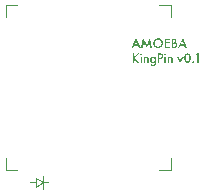
<source format=gbr>
%TF.GenerationSoftware,KiCad,Pcbnew,(7.0.0-0)*%
%TF.CreationDate,2023-04-16T17:27:38-07:00*%
%TF.ProjectId,Amoeba_executive,416d6f65-6261-45f6-9578-656375746976,rev?*%
%TF.SameCoordinates,Original*%
%TF.FileFunction,Legend,Top*%
%TF.FilePolarity,Positive*%
%FSLAX46Y46*%
G04 Gerber Fmt 4.6, Leading zero omitted, Abs format (unit mm)*
G04 Created by KiCad (PCBNEW (7.0.0-0)) date 2023-04-16 17:27:38*
%MOMM*%
%LPD*%
G01*
G04 APERTURE LIST*
%ADD10C,0.150000*%
%ADD11C,0.120000*%
%ADD12C,0.100000*%
G04 APERTURE END LIST*
D10*
G36*
X186139441Y-82058361D02*
G01*
X186008832Y-82058361D01*
X185925667Y-81864921D01*
X185586780Y-81864921D01*
X185498670Y-82058361D01*
X185369893Y-82058361D01*
X185513081Y-81747684D01*
X185636606Y-81747684D01*
X185876941Y-81747684D01*
X185759704Y-81477124D01*
X185636606Y-81747684D01*
X185513081Y-81747684D01*
X185761719Y-81208213D01*
X186139441Y-82058361D01*
G37*
G36*
X186210515Y-82052500D02*
G01*
X186377028Y-81197222D01*
X186648870Y-81815462D01*
X186930238Y-81197222D01*
X187079898Y-82052500D01*
X186957532Y-82052500D01*
X186881145Y-81572196D01*
X186646672Y-82089136D01*
X186419160Y-81571830D01*
X186333980Y-82052500D01*
X186210515Y-82052500D01*
G37*
G36*
X187634034Y-81231963D02*
G01*
X187644392Y-81232323D01*
X187654656Y-81232922D01*
X187664827Y-81233761D01*
X187674904Y-81234840D01*
X187684887Y-81236158D01*
X187694776Y-81237716D01*
X187704572Y-81239514D01*
X187714274Y-81241552D01*
X187723882Y-81243829D01*
X187733396Y-81246346D01*
X187742817Y-81249103D01*
X187752144Y-81252099D01*
X187761377Y-81255335D01*
X187770516Y-81258811D01*
X187779562Y-81262527D01*
X187788514Y-81266482D01*
X187797372Y-81270677D01*
X187806137Y-81275111D01*
X187814807Y-81279786D01*
X187823384Y-81284700D01*
X187831868Y-81289854D01*
X187840257Y-81295247D01*
X187848553Y-81300880D01*
X187856755Y-81306753D01*
X187864863Y-81312866D01*
X187872878Y-81319218D01*
X187880799Y-81325810D01*
X187888626Y-81332642D01*
X187896359Y-81339713D01*
X187903999Y-81347025D01*
X187911545Y-81354576D01*
X187918972Y-81362294D01*
X187926163Y-81370110D01*
X187933118Y-81378021D01*
X187939838Y-81386029D01*
X187946322Y-81394132D01*
X187952570Y-81402332D01*
X187958582Y-81410629D01*
X187964358Y-81419021D01*
X187969899Y-81427510D01*
X187975204Y-81436095D01*
X187980273Y-81444776D01*
X187985107Y-81453554D01*
X187989704Y-81462428D01*
X187994066Y-81471398D01*
X187998192Y-81480464D01*
X188002082Y-81489627D01*
X188005737Y-81498885D01*
X188009156Y-81508240D01*
X188012339Y-81517692D01*
X188015286Y-81527239D01*
X188017997Y-81536883D01*
X188020473Y-81546623D01*
X188022713Y-81556459D01*
X188024717Y-81566391D01*
X188026485Y-81576420D01*
X188028018Y-81586545D01*
X188029314Y-81596766D01*
X188030375Y-81607084D01*
X188031201Y-81617497D01*
X188031790Y-81628007D01*
X188032144Y-81638613D01*
X188032262Y-81649316D01*
X188032143Y-81660083D01*
X188031788Y-81670749D01*
X188031196Y-81681311D01*
X188030367Y-81691771D01*
X188029301Y-81702128D01*
X188027998Y-81712383D01*
X188026459Y-81722534D01*
X188024683Y-81732583D01*
X188022669Y-81742530D01*
X188020419Y-81752373D01*
X188017932Y-81762114D01*
X188015209Y-81771753D01*
X188012248Y-81781289D01*
X188009050Y-81790721D01*
X188005616Y-81800052D01*
X188001945Y-81809279D01*
X187998037Y-81818404D01*
X187993892Y-81827427D01*
X187989510Y-81836346D01*
X187984892Y-81845163D01*
X187980037Y-81853877D01*
X187974944Y-81862489D01*
X187969615Y-81870998D01*
X187964049Y-81879404D01*
X187958246Y-81887707D01*
X187952207Y-81895908D01*
X187945930Y-81904006D01*
X187939417Y-81912002D01*
X187932667Y-81919894D01*
X187925680Y-81927684D01*
X187918456Y-81935372D01*
X187910995Y-81942957D01*
X187903355Y-81950417D01*
X187895616Y-81957641D01*
X187887779Y-81964628D01*
X187879843Y-81971378D01*
X187871808Y-81977892D01*
X187863674Y-81984168D01*
X187855442Y-81990208D01*
X187847110Y-81996011D01*
X187838680Y-82001577D01*
X187830152Y-82006906D01*
X187821524Y-82011998D01*
X187812798Y-82016853D01*
X187803973Y-82021472D01*
X187795049Y-82025854D01*
X187786027Y-82029999D01*
X187776906Y-82033907D01*
X187767686Y-82037578D01*
X187758367Y-82041012D01*
X187748950Y-82044209D01*
X187739434Y-82047170D01*
X187729819Y-82049894D01*
X187720105Y-82052381D01*
X187710293Y-82054631D01*
X187700381Y-82056644D01*
X187690372Y-82058420D01*
X187680263Y-82059960D01*
X187670055Y-82061263D01*
X187659749Y-82062328D01*
X187649344Y-82063157D01*
X187638841Y-82063749D01*
X187628238Y-82064105D01*
X187617537Y-82064223D01*
X187608054Y-82064118D01*
X187598631Y-82063803D01*
X187589269Y-82063278D01*
X187579968Y-82062543D01*
X187570727Y-82061598D01*
X187561548Y-82060443D01*
X187552429Y-82059078D01*
X187543371Y-82057503D01*
X187534374Y-82055718D01*
X187525438Y-82053722D01*
X187516563Y-82051517D01*
X187507748Y-82049102D01*
X187498994Y-82046477D01*
X187490302Y-82043642D01*
X187481669Y-82040596D01*
X187473098Y-82037341D01*
X187464588Y-82033876D01*
X187456138Y-82030201D01*
X187447749Y-82026315D01*
X187439421Y-82022220D01*
X187431154Y-82017915D01*
X187422948Y-82013399D01*
X187414802Y-82008674D01*
X187406718Y-82003739D01*
X187398694Y-81998593D01*
X187390731Y-81993238D01*
X187382828Y-81987673D01*
X187374987Y-81981897D01*
X187367206Y-81975912D01*
X187359487Y-81969716D01*
X187351828Y-81963311D01*
X187344230Y-81956695D01*
X187336025Y-81949170D01*
X187328081Y-81941502D01*
X187320397Y-81933690D01*
X187312974Y-81925735D01*
X187305811Y-81917636D01*
X187298909Y-81909393D01*
X187292267Y-81901008D01*
X187285886Y-81892478D01*
X187279765Y-81883806D01*
X187273905Y-81874990D01*
X187268305Y-81866030D01*
X187262965Y-81856927D01*
X187257886Y-81847680D01*
X187253068Y-81838290D01*
X187248510Y-81828757D01*
X187244212Y-81819080D01*
X187240175Y-81809259D01*
X187236398Y-81799295D01*
X187232882Y-81789188D01*
X187229626Y-81778937D01*
X187226631Y-81768543D01*
X187223896Y-81758005D01*
X187221422Y-81747324D01*
X187219208Y-81736499D01*
X187217254Y-81725531D01*
X187215561Y-81714419D01*
X187214129Y-81703164D01*
X187212957Y-81691765D01*
X187212045Y-81680223D01*
X187211394Y-81668538D01*
X187211003Y-81656709D01*
X187210887Y-81646018D01*
X187328842Y-81646018D01*
X187328928Y-81654182D01*
X187329186Y-81662254D01*
X187329615Y-81670236D01*
X187330216Y-81678127D01*
X187330989Y-81685927D01*
X187331933Y-81693636D01*
X187333050Y-81701254D01*
X187334338Y-81708781D01*
X187335797Y-81716218D01*
X187337429Y-81723563D01*
X187339232Y-81730818D01*
X187341207Y-81737981D01*
X187343354Y-81745054D01*
X187345672Y-81752036D01*
X187350824Y-81765728D01*
X187356663Y-81779056D01*
X187363189Y-81792020D01*
X187370402Y-81804621D01*
X187378301Y-81816859D01*
X187386888Y-81828733D01*
X187391439Y-81834533D01*
X187396162Y-81840243D01*
X187401056Y-81845862D01*
X187406122Y-81851390D01*
X187411360Y-81856827D01*
X187416770Y-81862173D01*
X187422269Y-81867391D01*
X187427821Y-81872444D01*
X187433426Y-81877330D01*
X187439084Y-81882051D01*
X187450558Y-81890997D01*
X187462245Y-81899279D01*
X187474143Y-81906899D01*
X187486253Y-81913856D01*
X187498575Y-81920151D01*
X187511108Y-81925783D01*
X187523854Y-81930753D01*
X187536811Y-81935060D01*
X187549980Y-81938704D01*
X187563361Y-81941686D01*
X187576954Y-81944005D01*
X187590758Y-81945661D01*
X187604775Y-81946655D01*
X187619003Y-81946987D01*
X187626738Y-81946902D01*
X187634398Y-81946650D01*
X187641981Y-81946228D01*
X187649488Y-81945638D01*
X187656919Y-81944880D01*
X187664274Y-81943953D01*
X187671552Y-81942858D01*
X187685881Y-81940162D01*
X187699904Y-81936792D01*
X187713623Y-81932747D01*
X187727036Y-81928029D01*
X187740145Y-81922636D01*
X187752950Y-81916570D01*
X187765449Y-81909829D01*
X187777643Y-81902415D01*
X187789533Y-81894326D01*
X187801118Y-81885564D01*
X187806796Y-81880929D01*
X187812398Y-81876127D01*
X187817924Y-81871156D01*
X187823373Y-81866016D01*
X187828746Y-81860708D01*
X187834009Y-81855210D01*
X187839105Y-81849637D01*
X187844034Y-81843991D01*
X187848796Y-81838271D01*
X187853391Y-81832476D01*
X187857819Y-81826608D01*
X187866173Y-81814649D01*
X187873858Y-81802394D01*
X187880876Y-81789842D01*
X187887225Y-81776994D01*
X187892906Y-81763850D01*
X187897918Y-81750410D01*
X187902262Y-81736673D01*
X187905938Y-81722641D01*
X187908946Y-81708312D01*
X187910199Y-81701036D01*
X187911285Y-81693686D01*
X187912204Y-81686263D01*
X187912956Y-81678765D01*
X187913540Y-81671193D01*
X187913958Y-81663547D01*
X187914209Y-81655827D01*
X187914292Y-81648033D01*
X187914210Y-81640151D01*
X187913962Y-81632348D01*
X187913550Y-81624624D01*
X187912973Y-81616981D01*
X187912231Y-81609418D01*
X187911324Y-81601934D01*
X187910251Y-81594530D01*
X187909014Y-81587205D01*
X187907612Y-81579961D01*
X187906046Y-81572796D01*
X187902417Y-81558706D01*
X187898129Y-81544935D01*
X187893181Y-81531484D01*
X187887573Y-81518351D01*
X187881305Y-81505538D01*
X187874378Y-81493043D01*
X187866791Y-81480868D01*
X187858544Y-81469012D01*
X187849638Y-81457475D01*
X187844937Y-81451826D01*
X187840071Y-81446258D01*
X187835041Y-81440768D01*
X187829845Y-81435359D01*
X187824563Y-81430051D01*
X187819202Y-81424911D01*
X187813764Y-81419940D01*
X187802653Y-81410503D01*
X187791229Y-81401740D01*
X187779494Y-81393652D01*
X187767447Y-81386237D01*
X187755088Y-81379497D01*
X187742417Y-81373430D01*
X187729434Y-81368038D01*
X187716139Y-81363319D01*
X187702532Y-81359275D01*
X187688613Y-81355905D01*
X187674382Y-81353209D01*
X187659839Y-81351187D01*
X187652451Y-81350428D01*
X187644984Y-81349838D01*
X187637440Y-81349417D01*
X187629817Y-81349164D01*
X187622117Y-81349080D01*
X187614438Y-81349164D01*
X187606835Y-81349417D01*
X187599307Y-81349838D01*
X187591855Y-81350428D01*
X187584478Y-81351187D01*
X187577176Y-81352113D01*
X187562800Y-81354473D01*
X187548726Y-81357506D01*
X187534954Y-81361213D01*
X187521483Y-81365594D01*
X187508315Y-81370650D01*
X187495449Y-81376379D01*
X187482884Y-81382783D01*
X187470622Y-81389860D01*
X187458661Y-81397612D01*
X187447003Y-81406038D01*
X187435646Y-81415137D01*
X187430081Y-81419940D01*
X187424591Y-81424911D01*
X187419177Y-81430051D01*
X187413839Y-81435359D01*
X187408609Y-81440733D01*
X187403546Y-81446185D01*
X187398649Y-81451715D01*
X187393918Y-81457324D01*
X187384953Y-81468774D01*
X187376653Y-81480536D01*
X187369016Y-81492610D01*
X187362044Y-81504997D01*
X187355736Y-81517695D01*
X187350091Y-81530705D01*
X187345111Y-81544027D01*
X187340795Y-81557662D01*
X187337143Y-81571608D01*
X187334155Y-81585866D01*
X187332909Y-81593112D01*
X187331830Y-81600436D01*
X187330917Y-81607838D01*
X187330170Y-81615318D01*
X187329589Y-81622876D01*
X187329174Y-81630512D01*
X187328925Y-81638226D01*
X187328842Y-81646018D01*
X187210887Y-81646018D01*
X187210873Y-81644736D01*
X187210992Y-81634193D01*
X187211348Y-81623742D01*
X187211942Y-81613386D01*
X187212773Y-81603122D01*
X187213843Y-81592952D01*
X187215149Y-81582876D01*
X187216693Y-81572892D01*
X187218475Y-81563002D01*
X187220494Y-81553206D01*
X187222751Y-81543503D01*
X187225246Y-81533893D01*
X187227978Y-81524377D01*
X187230947Y-81514954D01*
X187234154Y-81505624D01*
X187237599Y-81496388D01*
X187241281Y-81487245D01*
X187245201Y-81478196D01*
X187249358Y-81469240D01*
X187253753Y-81460377D01*
X187258386Y-81451608D01*
X187263256Y-81442932D01*
X187268364Y-81434349D01*
X187273709Y-81425860D01*
X187279291Y-81417464D01*
X187285112Y-81409162D01*
X187291170Y-81400953D01*
X187297465Y-81392837D01*
X187303998Y-81384815D01*
X187310769Y-81376886D01*
X187317777Y-81369051D01*
X187325023Y-81361308D01*
X187332506Y-81353660D01*
X187340121Y-81346165D01*
X187347832Y-81338908D01*
X187355639Y-81331890D01*
X187363541Y-81325109D01*
X187371539Y-81318566D01*
X187379632Y-81312261D01*
X187387820Y-81306194D01*
X187396104Y-81300365D01*
X187404484Y-81294774D01*
X187412959Y-81289421D01*
X187421530Y-81284305D01*
X187430196Y-81279428D01*
X187438958Y-81274788D01*
X187447815Y-81270387D01*
X187456768Y-81266223D01*
X187465817Y-81262298D01*
X187474961Y-81258610D01*
X187484200Y-81255160D01*
X187493535Y-81251948D01*
X187502965Y-81248974D01*
X187512491Y-81246238D01*
X187522113Y-81243740D01*
X187531830Y-81241479D01*
X187541643Y-81239457D01*
X187551551Y-81237673D01*
X187561554Y-81236126D01*
X187571654Y-81234818D01*
X187581848Y-81233747D01*
X187592138Y-81232914D01*
X187602524Y-81232319D01*
X187613006Y-81231962D01*
X187623582Y-81231844D01*
X187634034Y-81231963D01*
G37*
G36*
X188623574Y-81372527D02*
G01*
X188301906Y-81372527D01*
X188301906Y-81560106D01*
X188611850Y-81560106D01*
X188611850Y-81677342D01*
X188301906Y-81677342D01*
X188301906Y-81935263D01*
X188623574Y-81935263D01*
X188623574Y-82052500D01*
X188183936Y-82052500D01*
X188183936Y-81255291D01*
X188623574Y-81255291D01*
X188623574Y-81372527D01*
G37*
G36*
X188906327Y-81255340D02*
G01*
X188915886Y-81255485D01*
X188925194Y-81255729D01*
X188934250Y-81256069D01*
X188943055Y-81256507D01*
X188951607Y-81257043D01*
X188959907Y-81257675D01*
X188967956Y-81258405D01*
X188975753Y-81259232D01*
X188983298Y-81260157D01*
X188990590Y-81261178D01*
X189001058Y-81262894D01*
X189010958Y-81264828D01*
X189020292Y-81266981D01*
X189023277Y-81267747D01*
X189032109Y-81270200D01*
X189040678Y-81272955D01*
X189048982Y-81276013D01*
X189057023Y-81279374D01*
X189064799Y-81283037D01*
X189072311Y-81287003D01*
X189079559Y-81291271D01*
X189086544Y-81295843D01*
X189093264Y-81300717D01*
X189099720Y-81305893D01*
X189103877Y-81309513D01*
X189110039Y-81315346D01*
X189115952Y-81321444D01*
X189121618Y-81327806D01*
X189127035Y-81334431D01*
X189132205Y-81341321D01*
X189137127Y-81348475D01*
X189141801Y-81355893D01*
X189146227Y-81363574D01*
X189150405Y-81371520D01*
X189154335Y-81379730D01*
X189156817Y-81385350D01*
X189160385Y-81393979D01*
X189163602Y-81402624D01*
X189166469Y-81411286D01*
X189168984Y-81419963D01*
X189171148Y-81428656D01*
X189172962Y-81437366D01*
X189174424Y-81446092D01*
X189175536Y-81454833D01*
X189176296Y-81463591D01*
X189176706Y-81472365D01*
X189176784Y-81478224D01*
X189176522Y-81488837D01*
X189175736Y-81499247D01*
X189174427Y-81509451D01*
X189172593Y-81519451D01*
X189170236Y-81529246D01*
X189167355Y-81538837D01*
X189163951Y-81548223D01*
X189160022Y-81557404D01*
X189155570Y-81566381D01*
X189150594Y-81575153D01*
X189145095Y-81583720D01*
X189139071Y-81592083D01*
X189132524Y-81600241D01*
X189125453Y-81608194D01*
X189117858Y-81615943D01*
X189109739Y-81623487D01*
X189117579Y-81626316D01*
X189125209Y-81629400D01*
X189132629Y-81632739D01*
X189139838Y-81636333D01*
X189146837Y-81640181D01*
X189153625Y-81644284D01*
X189160204Y-81648642D01*
X189166571Y-81653254D01*
X189172729Y-81658121D01*
X189178676Y-81663243D01*
X189184412Y-81668620D01*
X189189938Y-81674251D01*
X189195254Y-81680137D01*
X189200360Y-81686278D01*
X189205255Y-81692674D01*
X189209940Y-81699324D01*
X189214443Y-81706124D01*
X189218655Y-81713057D01*
X189222577Y-81720126D01*
X189226208Y-81727328D01*
X189229549Y-81734666D01*
X189232600Y-81742137D01*
X189235360Y-81749744D01*
X189237829Y-81757485D01*
X189240008Y-81765360D01*
X189241896Y-81773370D01*
X189243494Y-81781514D01*
X189244801Y-81789793D01*
X189245818Y-81798207D01*
X189246545Y-81806755D01*
X189246980Y-81815437D01*
X189247126Y-81824255D01*
X189246869Y-81835819D01*
X189246101Y-81847158D01*
X189244820Y-81858271D01*
X189243027Y-81869157D01*
X189240721Y-81879817D01*
X189237904Y-81890252D01*
X189234573Y-81900460D01*
X189230731Y-81910442D01*
X189226376Y-81920198D01*
X189221509Y-81929727D01*
X189216129Y-81939031D01*
X189210237Y-81948109D01*
X189203833Y-81956960D01*
X189196917Y-81965585D01*
X189189488Y-81973984D01*
X189181546Y-81982158D01*
X189174077Y-81989429D01*
X189166436Y-81996270D01*
X189158625Y-82002679D01*
X189150643Y-82008656D01*
X189142490Y-82014202D01*
X189134167Y-82019316D01*
X189125674Y-82023999D01*
X189117009Y-82028251D01*
X189108174Y-82032071D01*
X189099168Y-82035459D01*
X189093069Y-82037479D01*
X189082733Y-82040163D01*
X189075578Y-82041806D01*
X189068210Y-82043331D01*
X189060631Y-82044740D01*
X189052840Y-82046031D01*
X189044837Y-82047204D01*
X189036623Y-82048260D01*
X189028196Y-82049199D01*
X189019558Y-82050020D01*
X189010708Y-82050725D01*
X189001646Y-82051311D01*
X188992373Y-82051781D01*
X188982888Y-82052133D01*
X188973190Y-82052367D01*
X188963281Y-82052485D01*
X188958247Y-82052500D01*
X188777447Y-82052500D01*
X188777447Y-81700790D01*
X188895416Y-81700790D01*
X188895416Y-81935263D01*
X188969605Y-81935263D01*
X188979580Y-81935142D01*
X188989219Y-81934779D01*
X188998522Y-81934175D01*
X189007489Y-81933328D01*
X189016119Y-81932240D01*
X189024413Y-81930909D01*
X189032371Y-81929337D01*
X189039992Y-81927523D01*
X189047277Y-81925468D01*
X189057574Y-81921931D01*
X189067115Y-81917849D01*
X189075898Y-81913224D01*
X189083925Y-81908054D01*
X189088856Y-81904305D01*
X189096058Y-81897795D01*
X189102552Y-81890972D01*
X189108337Y-81883837D01*
X189113414Y-81876390D01*
X189117783Y-81868630D01*
X189121443Y-81860558D01*
X189124394Y-81852174D01*
X189126638Y-81843477D01*
X189128172Y-81834468D01*
X189128999Y-81825147D01*
X189129156Y-81818759D01*
X189128817Y-81809490D01*
X189127797Y-81800504D01*
X189126099Y-81791801D01*
X189123721Y-81783382D01*
X189120664Y-81775246D01*
X189116927Y-81767394D01*
X189112511Y-81759825D01*
X189107415Y-81752539D01*
X189101640Y-81745536D01*
X189095185Y-81738817D01*
X189090505Y-81734495D01*
X189082911Y-81728472D01*
X189074280Y-81723041D01*
X189064613Y-81718202D01*
X189057592Y-81715306D01*
X189050110Y-81712672D01*
X189042167Y-81710302D01*
X189033764Y-81708196D01*
X189024900Y-81706353D01*
X189015574Y-81704773D01*
X189005788Y-81703456D01*
X188995542Y-81702403D01*
X188984834Y-81701613D01*
X188973666Y-81701086D01*
X188962037Y-81700823D01*
X188956049Y-81700790D01*
X188895416Y-81700790D01*
X188777447Y-81700790D01*
X188777447Y-81359338D01*
X188895416Y-81359338D01*
X188895416Y-81596742D01*
X188932235Y-81596742D01*
X188940296Y-81596624D01*
X188948081Y-81596267D01*
X188955591Y-81595673D01*
X188966342Y-81594337D01*
X188976474Y-81592466D01*
X188985988Y-81590061D01*
X188994884Y-81587121D01*
X189003161Y-81583647D01*
X189010821Y-81579638D01*
X189017862Y-81575094D01*
X189024285Y-81570016D01*
X189028223Y-81566334D01*
X189033690Y-81560378D01*
X189038619Y-81553914D01*
X189043011Y-81546940D01*
X189046865Y-81539458D01*
X189050181Y-81531467D01*
X189052959Y-81522967D01*
X189055200Y-81513959D01*
X189056902Y-81504441D01*
X189058067Y-81494415D01*
X189058695Y-81483881D01*
X189058814Y-81476575D01*
X189058539Y-81466033D01*
X189057713Y-81455978D01*
X189056337Y-81446408D01*
X189054409Y-81437325D01*
X189051932Y-81428728D01*
X189048903Y-81420618D01*
X189045324Y-81412993D01*
X189041195Y-81405855D01*
X189036514Y-81399203D01*
X189031283Y-81393037D01*
X189027490Y-81389197D01*
X189021400Y-81383861D01*
X189014808Y-81379050D01*
X189007713Y-81374763D01*
X189000116Y-81371002D01*
X188992017Y-81367765D01*
X188983415Y-81365053D01*
X188974311Y-81362867D01*
X188964705Y-81361204D01*
X188954596Y-81360067D01*
X188943985Y-81359455D01*
X188936632Y-81359338D01*
X188895416Y-81359338D01*
X188777447Y-81359338D01*
X188777447Y-81255291D01*
X188896515Y-81255291D01*
X188906327Y-81255340D01*
G37*
G36*
X190066133Y-82058361D02*
G01*
X189935524Y-82058361D01*
X189852359Y-81864921D01*
X189513472Y-81864921D01*
X189425362Y-82058361D01*
X189296585Y-82058361D01*
X189439773Y-81747684D01*
X189563298Y-81747684D01*
X189803633Y-81747684D01*
X189686396Y-81477124D01*
X189563298Y-81747684D01*
X189439773Y-81747684D01*
X189688411Y-81208213D01*
X190066133Y-82058361D01*
G37*
G36*
X185577621Y-82833295D02*
G01*
X185885733Y-82515291D01*
X186045102Y-82515291D01*
X185687347Y-82876160D01*
X186047300Y-83312500D01*
X185887199Y-83312500D01*
X185602167Y-82957859D01*
X185577621Y-82982588D01*
X185577621Y-83312500D01*
X185459652Y-83312500D01*
X185459652Y-82515291D01*
X185577621Y-82515291D01*
X185577621Y-82833295D01*
G37*
G36*
X186249533Y-82808382D02*
G01*
X186249533Y-83312500D01*
X186131564Y-83312500D01*
X186131564Y-82808382D01*
X186249533Y-82808382D01*
G37*
G36*
X186119840Y-82602486D02*
G01*
X186120189Y-82594924D01*
X186121237Y-82587625D01*
X186123528Y-82578872D01*
X186126911Y-82570530D01*
X186131385Y-82562600D01*
X186135750Y-82556552D01*
X186140813Y-82550768D01*
X186142188Y-82549363D01*
X186147956Y-82544125D01*
X186153992Y-82539585D01*
X186160298Y-82535744D01*
X186168558Y-82531925D01*
X186177238Y-82529197D01*
X186184486Y-82527800D01*
X186192002Y-82527102D01*
X186195861Y-82527015D01*
X186203637Y-82527364D01*
X186211122Y-82528411D01*
X186218315Y-82530157D01*
X186226895Y-82533322D01*
X186233431Y-82536639D01*
X186239675Y-82540655D01*
X186245627Y-82545369D01*
X186249899Y-82549363D01*
X186255137Y-82554970D01*
X186259677Y-82560892D01*
X186264369Y-82568737D01*
X186267970Y-82577074D01*
X186270065Y-82584098D01*
X186271462Y-82591437D01*
X186272160Y-82599090D01*
X186272248Y-82603035D01*
X186271899Y-82610852D01*
X186270851Y-82618365D01*
X186269105Y-82625575D01*
X186265940Y-82634161D01*
X186261685Y-82642273D01*
X186257494Y-82648421D01*
X186252606Y-82654265D01*
X186249899Y-82657074D01*
X186244295Y-82662312D01*
X186238382Y-82666851D01*
X186230556Y-82671543D01*
X186222246Y-82675144D01*
X186213454Y-82677654D01*
X186206072Y-82678876D01*
X186198381Y-82679400D01*
X186196410Y-82679422D01*
X186188631Y-82679076D01*
X186181137Y-82678037D01*
X186173930Y-82676305D01*
X186167010Y-82673881D01*
X186160375Y-82670764D01*
X186154027Y-82666954D01*
X186147964Y-82662452D01*
X186142188Y-82657257D01*
X186136951Y-82651513D01*
X186132411Y-82645453D01*
X186128570Y-82639079D01*
X186125427Y-82632390D01*
X186122983Y-82625386D01*
X186121237Y-82618067D01*
X186120189Y-82610434D01*
X186119840Y-82602486D01*
G37*
G36*
X186392415Y-82808382D02*
G01*
X186510384Y-82808382D01*
X186510384Y-82855826D01*
X186518046Y-82848662D01*
X186525826Y-82841959D01*
X186533725Y-82835719D01*
X186541743Y-82829941D01*
X186549880Y-82824625D01*
X186558135Y-82819771D01*
X186566509Y-82815380D01*
X186575002Y-82811451D01*
X186583614Y-82807984D01*
X186592344Y-82804979D01*
X186601193Y-82802437D01*
X186610162Y-82800357D01*
X186619248Y-82798739D01*
X186628454Y-82797583D01*
X186637778Y-82796890D01*
X186647222Y-82796659D01*
X186658038Y-82796874D01*
X186668551Y-82797520D01*
X186678760Y-82798597D01*
X186688666Y-82800105D01*
X186698269Y-82802043D01*
X186707569Y-82804412D01*
X186716565Y-82807212D01*
X186725257Y-82810443D01*
X186733646Y-82814105D01*
X186741732Y-82818197D01*
X186749514Y-82822720D01*
X186756993Y-82827674D01*
X186764169Y-82833058D01*
X186771041Y-82838874D01*
X186777610Y-82845120D01*
X186783875Y-82851796D01*
X186789000Y-82857890D01*
X186793793Y-82864447D01*
X186798256Y-82871468D01*
X186802388Y-82878953D01*
X186806190Y-82886902D01*
X186809661Y-82895314D01*
X186812802Y-82904189D01*
X186815612Y-82913529D01*
X186818091Y-82923332D01*
X186820240Y-82933599D01*
X186822058Y-82944329D01*
X186823546Y-82955523D01*
X186824703Y-82967181D01*
X186825529Y-82979303D01*
X186826025Y-82991888D01*
X186826190Y-83004937D01*
X186826190Y-83312500D01*
X186708221Y-83312500D01*
X186708221Y-83032048D01*
X186708141Y-83022953D01*
X186707901Y-83014216D01*
X186707500Y-83005837D01*
X186706939Y-82997815D01*
X186706218Y-82990152D01*
X186705336Y-82982846D01*
X186703713Y-82972558D01*
X186701730Y-82963075D01*
X186699386Y-82954397D01*
X186696681Y-82946524D01*
X186693615Y-82939457D01*
X186688967Y-82931285D01*
X186687705Y-82929466D01*
X186682244Y-82922725D01*
X186675752Y-82916883D01*
X186668230Y-82911940D01*
X186659678Y-82907896D01*
X186652587Y-82905453D01*
X186644917Y-82903515D01*
X186636668Y-82902082D01*
X186627839Y-82901155D01*
X186618430Y-82900734D01*
X186615165Y-82900706D01*
X186604709Y-82901041D01*
X186594842Y-82902046D01*
X186585565Y-82903720D01*
X186576877Y-82906064D01*
X186568778Y-82909078D01*
X186561268Y-82912762D01*
X186554348Y-82917115D01*
X186548017Y-82922138D01*
X186542275Y-82927831D01*
X186537123Y-82934194D01*
X186534015Y-82938808D01*
X186529792Y-82946343D01*
X186525984Y-82954867D01*
X186522592Y-82964380D01*
X186519615Y-82974881D01*
X186517861Y-82982430D01*
X186516292Y-82990420D01*
X186514908Y-82998848D01*
X186513708Y-83007716D01*
X186512692Y-83017023D01*
X186511861Y-83026770D01*
X186511215Y-83036956D01*
X186510754Y-83047581D01*
X186510477Y-83058646D01*
X186510384Y-83070150D01*
X186510384Y-83312500D01*
X186392415Y-83312500D01*
X186392415Y-82808382D01*
G37*
G36*
X187188767Y-82796934D02*
G01*
X187200120Y-82797761D01*
X187211224Y-82799138D01*
X187222081Y-82801066D01*
X187232691Y-82803546D01*
X187243053Y-82806576D01*
X187253167Y-82810158D01*
X187263034Y-82814290D01*
X187272653Y-82818973D01*
X187282025Y-82824207D01*
X187291149Y-82829993D01*
X187300025Y-82836329D01*
X187308654Y-82843216D01*
X187317036Y-82850654D01*
X187325169Y-82858644D01*
X187333055Y-82867184D01*
X187333055Y-82810580D01*
X187448277Y-82810580D01*
X187448277Y-83297845D01*
X187448240Y-83306552D01*
X187448128Y-83314995D01*
X187447942Y-83323176D01*
X187447682Y-83331092D01*
X187447347Y-83338746D01*
X187446937Y-83346136D01*
X187446321Y-83355004D01*
X187445896Y-83360127D01*
X187445160Y-83368381D01*
X187444325Y-83376313D01*
X187443392Y-83383923D01*
X187442361Y-83391211D01*
X187440993Y-83399531D01*
X187439484Y-83407388D01*
X187437010Y-83417858D01*
X187434120Y-83428041D01*
X187430814Y-83437938D01*
X187427094Y-83447548D01*
X187422958Y-83456871D01*
X187418406Y-83465908D01*
X187413439Y-83474658D01*
X187408057Y-83483122D01*
X187402259Y-83491299D01*
X187396046Y-83499190D01*
X187391674Y-83504291D01*
X187383051Y-83513719D01*
X187374034Y-83522538D01*
X187364624Y-83530749D01*
X187354820Y-83538352D01*
X187344622Y-83545346D01*
X187334031Y-83551733D01*
X187323047Y-83557511D01*
X187311669Y-83562681D01*
X187299897Y-83567242D01*
X187287732Y-83571196D01*
X187275173Y-83574541D01*
X187262221Y-83577278D01*
X187248875Y-83579407D01*
X187235136Y-83580927D01*
X187221003Y-83581839D01*
X187206477Y-83582144D01*
X187194180Y-83581933D01*
X187182159Y-83581299D01*
X187170413Y-83580244D01*
X187158941Y-83578766D01*
X187147744Y-83576866D01*
X187136822Y-83574544D01*
X187126174Y-83571800D01*
X187115801Y-83568634D01*
X187105704Y-83565045D01*
X187095880Y-83561035D01*
X187086332Y-83556602D01*
X187077058Y-83551747D01*
X187068060Y-83546470D01*
X187059336Y-83540770D01*
X187050886Y-83534649D01*
X187042712Y-83528105D01*
X187034642Y-83520999D01*
X187027010Y-83513559D01*
X187019815Y-83505784D01*
X187013059Y-83497674D01*
X187006741Y-83489229D01*
X187000860Y-83480449D01*
X186995418Y-83471334D01*
X186990413Y-83461885D01*
X186985847Y-83452100D01*
X186981718Y-83441981D01*
X186978027Y-83431526D01*
X186974774Y-83420737D01*
X186971959Y-83409613D01*
X186969582Y-83398154D01*
X186967643Y-83386361D01*
X186966142Y-83374232D01*
X187081913Y-83374232D01*
X187083696Y-83383256D01*
X187085748Y-83391737D01*
X187088069Y-83399674D01*
X187090660Y-83407067D01*
X187093519Y-83413917D01*
X187097472Y-83421713D01*
X187101845Y-83428661D01*
X187103711Y-83431202D01*
X187110661Y-83439582D01*
X187118184Y-83447138D01*
X187126280Y-83453870D01*
X187134950Y-83459778D01*
X187144192Y-83464861D01*
X187154008Y-83469120D01*
X187164397Y-83472555D01*
X187171641Y-83474387D01*
X187179140Y-83475852D01*
X187186894Y-83476951D01*
X187194902Y-83477684D01*
X187203165Y-83478050D01*
X187207393Y-83478096D01*
X187215124Y-83477944D01*
X187222610Y-83477486D01*
X187236845Y-83475658D01*
X187250098Y-83472609D01*
X187262370Y-83468342D01*
X187273660Y-83462855D01*
X187283968Y-83456149D01*
X187293295Y-83448223D01*
X187301640Y-83439078D01*
X187309003Y-83428714D01*
X187315384Y-83417131D01*
X187320784Y-83404328D01*
X187325202Y-83390306D01*
X187327042Y-83382838D01*
X187328638Y-83375065D01*
X187329988Y-83366987D01*
X187331092Y-83358604D01*
X187331951Y-83349917D01*
X187332565Y-83340924D01*
X187332933Y-83331627D01*
X187333055Y-83322025D01*
X187333055Y-83251866D01*
X187324433Y-83260451D01*
X187315647Y-83268481D01*
X187306699Y-83275958D01*
X187297587Y-83282881D01*
X187288312Y-83289250D01*
X187278874Y-83295066D01*
X187269272Y-83300327D01*
X187259508Y-83305035D01*
X187249580Y-83309189D01*
X187239489Y-83312789D01*
X187229236Y-83315835D01*
X187218818Y-83318327D01*
X187208238Y-83320265D01*
X187197495Y-83321650D01*
X187186588Y-83322481D01*
X187175519Y-83322758D01*
X187162977Y-83322470D01*
X187150723Y-83321607D01*
X187138757Y-83320169D01*
X187127079Y-83318155D01*
X187115688Y-83315566D01*
X187104584Y-83312402D01*
X187093769Y-83308663D01*
X187083241Y-83304348D01*
X187073001Y-83299458D01*
X187063048Y-83293992D01*
X187053383Y-83287952D01*
X187044005Y-83281336D01*
X187034916Y-83274144D01*
X187026114Y-83266378D01*
X187017599Y-83258036D01*
X187009373Y-83249118D01*
X187001476Y-83239631D01*
X186994088Y-83229853D01*
X186987210Y-83219784D01*
X186980842Y-83209425D01*
X186974983Y-83198776D01*
X186969634Y-83187835D01*
X186964794Y-83176605D01*
X186960463Y-83165084D01*
X186956642Y-83153272D01*
X186953330Y-83141170D01*
X186950528Y-83128777D01*
X186948236Y-83116094D01*
X186946452Y-83103120D01*
X186945179Y-83089856D01*
X186944415Y-83076301D01*
X186944160Y-83062456D01*
X186944189Y-83060807D01*
X187062129Y-83060807D01*
X187062262Y-83069161D01*
X187062661Y-83077325D01*
X187063327Y-83085299D01*
X187064259Y-83093082D01*
X187065456Y-83100674D01*
X187066920Y-83108077D01*
X187068651Y-83115289D01*
X187071745Y-83125750D01*
X187075438Y-83135783D01*
X187079731Y-83145388D01*
X187084622Y-83154564D01*
X187090112Y-83163312D01*
X187096201Y-83171632D01*
X187100960Y-83177333D01*
X187108515Y-83185195D01*
X187116569Y-83192229D01*
X187125121Y-83198436D01*
X187134173Y-83203815D01*
X187143724Y-83208366D01*
X187153775Y-83212090D01*
X187164324Y-83214986D01*
X187171634Y-83216457D01*
X187179166Y-83217561D01*
X187186920Y-83218296D01*
X187194895Y-83218664D01*
X187198966Y-83218710D01*
X187207035Y-83218524D01*
X187214892Y-83217966D01*
X187222537Y-83217036D01*
X187229970Y-83215734D01*
X187237191Y-83214059D01*
X187247626Y-83210850D01*
X187257584Y-83206803D01*
X187267066Y-83201920D01*
X187276071Y-83196199D01*
X187284600Y-83189641D01*
X187292652Y-83182246D01*
X187297756Y-83176850D01*
X187302647Y-83171083D01*
X187308900Y-83162763D01*
X187314538Y-83154015D01*
X187319560Y-83144838D01*
X187323968Y-83135234D01*
X187327761Y-83125201D01*
X187330938Y-83114739D01*
X187332715Y-83107527D01*
X187334218Y-83100125D01*
X187335448Y-83092532D01*
X187336405Y-83084749D01*
X187337088Y-83076776D01*
X187337498Y-83068612D01*
X187337635Y-83060258D01*
X187337485Y-83051328D01*
X187337034Y-83042626D01*
X187336283Y-83034154D01*
X187335231Y-83025911D01*
X187333878Y-83017897D01*
X187332225Y-83010112D01*
X187330272Y-83002555D01*
X187328018Y-82995228D01*
X187325463Y-82988130D01*
X187322608Y-82981260D01*
X187319453Y-82974620D01*
X187314156Y-82965089D01*
X187308183Y-82956073D01*
X187301533Y-82947572D01*
X187299167Y-82944853D01*
X187291625Y-82936963D01*
X187283700Y-82929850D01*
X187275392Y-82923512D01*
X187266701Y-82917951D01*
X187257626Y-82913165D01*
X187248168Y-82909156D01*
X187238328Y-82905923D01*
X187228104Y-82903465D01*
X187217496Y-82901784D01*
X187206506Y-82900879D01*
X187198966Y-82900706D01*
X187190944Y-82900894D01*
X187183135Y-82901459D01*
X187175540Y-82902400D01*
X187168157Y-82903717D01*
X187160988Y-82905411D01*
X187150634Y-82908657D01*
X187140760Y-82912750D01*
X187131366Y-82917690D01*
X187122451Y-82923477D01*
X187114016Y-82930111D01*
X187106061Y-82937591D01*
X187101025Y-82943049D01*
X187096201Y-82948883D01*
X187090112Y-82957213D01*
X187084622Y-82965990D01*
X187079731Y-82975214D01*
X187075438Y-82984887D01*
X187071745Y-82995007D01*
X187068651Y-83005574D01*
X187066920Y-83012868D01*
X187065456Y-83020360D01*
X187064259Y-83028052D01*
X187063327Y-83035942D01*
X187062661Y-83044032D01*
X187062262Y-83052320D01*
X187062129Y-83060807D01*
X186944189Y-83060807D01*
X186944397Y-83048982D01*
X186945107Y-83035763D01*
X186946291Y-83022798D01*
X186947949Y-83010089D01*
X186950081Y-82997634D01*
X186952686Y-82985434D01*
X186955765Y-82973488D01*
X186959318Y-82961797D01*
X186963345Y-82950361D01*
X186967845Y-82939180D01*
X186972818Y-82928254D01*
X186978266Y-82917582D01*
X186984187Y-82907165D01*
X186990582Y-82897002D01*
X186997451Y-82887095D01*
X187004793Y-82877442D01*
X187013109Y-82867660D01*
X187021752Y-82858508D01*
X187030723Y-82849988D01*
X187040021Y-82842099D01*
X187049648Y-82834841D01*
X187059602Y-82828215D01*
X187069884Y-82822219D01*
X187080493Y-82816854D01*
X187091430Y-82812121D01*
X187102695Y-82808019D01*
X187114288Y-82804548D01*
X187126208Y-82801708D01*
X187138457Y-82799499D01*
X187151033Y-82797921D01*
X187163936Y-82796974D01*
X187177167Y-82796659D01*
X187188767Y-82796934D01*
G37*
G36*
X187767029Y-82515345D02*
G01*
X187778935Y-82515506D01*
X187790459Y-82515774D01*
X187801601Y-82516150D01*
X187812361Y-82516633D01*
X187822739Y-82517223D01*
X187832734Y-82517921D01*
X187842348Y-82518726D01*
X187851579Y-82519638D01*
X187860428Y-82520658D01*
X187868895Y-82521785D01*
X187876980Y-82523019D01*
X187884683Y-82524361D01*
X187892004Y-82525810D01*
X187902269Y-82528184D01*
X187905500Y-82529030D01*
X187915042Y-82531854D01*
X187924365Y-82535107D01*
X187933469Y-82538788D01*
X187942354Y-82542897D01*
X187951020Y-82547434D01*
X187959467Y-82552400D01*
X187967695Y-82557794D01*
X187975704Y-82563617D01*
X187983494Y-82569867D01*
X187991066Y-82576546D01*
X187995992Y-82581236D01*
X188004288Y-82589706D01*
X188012049Y-82598444D01*
X188019274Y-82607451D01*
X188025965Y-82616728D01*
X188032120Y-82626273D01*
X188037740Y-82636088D01*
X188042825Y-82646172D01*
X188047374Y-82656524D01*
X188051388Y-82667146D01*
X188054867Y-82678037D01*
X188057811Y-82689197D01*
X188060220Y-82700625D01*
X188062093Y-82712323D01*
X188063431Y-82724290D01*
X188064234Y-82736526D01*
X188064502Y-82749031D01*
X188064215Y-82762411D01*
X188063354Y-82775438D01*
X188061919Y-82788113D01*
X188059911Y-82800437D01*
X188057328Y-82812408D01*
X188054172Y-82824027D01*
X188050442Y-82835294D01*
X188046138Y-82846209D01*
X188041260Y-82856772D01*
X188035808Y-82866983D01*
X188029782Y-82876842D01*
X188023183Y-82886349D01*
X188016009Y-82895504D01*
X188008262Y-82904307D01*
X187999941Y-82912757D01*
X187991046Y-82920856D01*
X187981663Y-82928531D01*
X187971880Y-82935711D01*
X187961696Y-82942396D01*
X187951112Y-82948585D01*
X187940127Y-82954280D01*
X187928741Y-82959479D01*
X187916954Y-82964183D01*
X187904767Y-82968392D01*
X187892179Y-82972106D01*
X187879190Y-82975324D01*
X187865801Y-82978048D01*
X187852010Y-82980276D01*
X187837820Y-82982009D01*
X187823228Y-82983247D01*
X187815782Y-82983680D01*
X187808236Y-82983990D01*
X187800589Y-82984175D01*
X187792843Y-82984237D01*
X187736972Y-82984237D01*
X187736972Y-83306638D01*
X187619003Y-83306638D01*
X187619003Y-82619338D01*
X187736972Y-82619338D01*
X187736972Y-82880190D01*
X187781485Y-82880190D01*
X187791640Y-82880060D01*
X187801471Y-82879672D01*
X187810981Y-82879024D01*
X187820168Y-82878117D01*
X187829033Y-82876952D01*
X187837576Y-82875527D01*
X187845796Y-82873843D01*
X187853693Y-82871901D01*
X187861269Y-82869699D01*
X187868522Y-82867238D01*
X187875453Y-82864518D01*
X187888347Y-82858302D01*
X187899952Y-82851049D01*
X187910267Y-82842760D01*
X187919293Y-82833435D01*
X187927030Y-82823073D01*
X187933477Y-82811676D01*
X187938635Y-82799242D01*
X187942503Y-82785773D01*
X187945082Y-82771267D01*
X187945888Y-82763626D01*
X187946371Y-82755725D01*
X187946532Y-82747566D01*
X187946366Y-82739677D01*
X187945868Y-82732038D01*
X187945037Y-82724650D01*
X187942378Y-82710625D01*
X187938389Y-82697602D01*
X187933071Y-82685581D01*
X187926424Y-82674561D01*
X187918447Y-82664544D01*
X187909140Y-82655528D01*
X187898504Y-82647513D01*
X187886539Y-82640501D01*
X187873244Y-82634490D01*
X187866098Y-82631861D01*
X187858619Y-82629481D01*
X187850808Y-82627353D01*
X187842665Y-82625474D01*
X187834190Y-82623846D01*
X187825382Y-82622469D01*
X187816241Y-82621342D01*
X187806769Y-82620465D01*
X187796963Y-82619839D01*
X187786826Y-82619464D01*
X187776356Y-82619338D01*
X187736972Y-82619338D01*
X187619003Y-82619338D01*
X187619003Y-82515291D01*
X187754741Y-82515291D01*
X187767029Y-82515345D01*
G37*
G36*
X188280657Y-82808382D02*
G01*
X188280657Y-83312500D01*
X188162687Y-83312500D01*
X188162687Y-82808382D01*
X188280657Y-82808382D01*
G37*
G36*
X188150964Y-82602486D02*
G01*
X188151313Y-82594924D01*
X188152360Y-82587625D01*
X188154652Y-82578872D01*
X188158035Y-82570530D01*
X188162509Y-82562600D01*
X188166874Y-82556552D01*
X188171937Y-82550768D01*
X188173312Y-82549363D01*
X188179079Y-82544125D01*
X188185116Y-82539585D01*
X188191421Y-82535744D01*
X188199681Y-82531925D01*
X188208362Y-82529197D01*
X188215609Y-82527800D01*
X188223125Y-82527102D01*
X188226984Y-82527015D01*
X188234761Y-82527364D01*
X188242246Y-82528411D01*
X188249438Y-82530157D01*
X188258019Y-82533322D01*
X188264555Y-82536639D01*
X188270799Y-82540655D01*
X188276751Y-82545369D01*
X188281023Y-82549363D01*
X188286261Y-82554970D01*
X188290800Y-82560892D01*
X188295493Y-82568737D01*
X188299094Y-82577074D01*
X188301189Y-82584098D01*
X188302586Y-82591437D01*
X188303284Y-82599090D01*
X188303371Y-82603035D01*
X188303022Y-82610852D01*
X188301974Y-82618365D01*
X188300229Y-82625575D01*
X188297064Y-82634161D01*
X188292808Y-82642273D01*
X188288618Y-82648421D01*
X188283729Y-82654265D01*
X188281023Y-82657074D01*
X188275419Y-82662312D01*
X188269505Y-82666851D01*
X188261679Y-82671543D01*
X188253370Y-82675144D01*
X188244577Y-82677654D01*
X188237196Y-82678876D01*
X188229505Y-82679400D01*
X188227534Y-82679422D01*
X188219754Y-82679076D01*
X188212261Y-82678037D01*
X188205054Y-82676305D01*
X188198133Y-82673881D01*
X188191498Y-82670764D01*
X188185150Y-82666954D01*
X188179088Y-82662452D01*
X188173312Y-82657257D01*
X188168074Y-82651513D01*
X188163535Y-82645453D01*
X188159693Y-82639079D01*
X188156551Y-82632390D01*
X188154106Y-82625386D01*
X188152360Y-82618067D01*
X188151313Y-82610434D01*
X188150964Y-82602486D01*
G37*
G36*
X188423539Y-82808382D02*
G01*
X188541508Y-82808382D01*
X188541508Y-82855826D01*
X188549169Y-82848662D01*
X188556950Y-82841959D01*
X188564849Y-82835719D01*
X188572866Y-82829941D01*
X188581003Y-82824625D01*
X188589258Y-82819771D01*
X188597633Y-82815380D01*
X188606125Y-82811451D01*
X188614737Y-82807984D01*
X188623468Y-82804979D01*
X188632317Y-82802437D01*
X188641285Y-82800357D01*
X188650372Y-82798739D01*
X188659577Y-82797583D01*
X188668902Y-82796890D01*
X188678345Y-82796659D01*
X188689161Y-82796874D01*
X188699674Y-82797520D01*
X188709884Y-82798597D01*
X188719790Y-82800105D01*
X188729393Y-82802043D01*
X188738692Y-82804412D01*
X188747688Y-82807212D01*
X188756381Y-82810443D01*
X188764770Y-82814105D01*
X188772856Y-82818197D01*
X188780638Y-82822720D01*
X188788117Y-82827674D01*
X188795293Y-82833058D01*
X188802165Y-82838874D01*
X188808734Y-82845120D01*
X188814999Y-82851796D01*
X188820123Y-82857890D01*
X188824917Y-82864447D01*
X188829379Y-82871468D01*
X188833512Y-82878953D01*
X188837314Y-82886902D01*
X188840785Y-82895314D01*
X188843925Y-82904189D01*
X188846735Y-82913529D01*
X188849215Y-82923332D01*
X188851363Y-82933599D01*
X188853182Y-82944329D01*
X188854669Y-82955523D01*
X188855826Y-82967181D01*
X188856653Y-82979303D01*
X188857149Y-82991888D01*
X188857314Y-83004937D01*
X188857314Y-83312500D01*
X188739345Y-83312500D01*
X188739345Y-83032048D01*
X188739265Y-83022953D01*
X188739024Y-83014216D01*
X188738623Y-83005837D01*
X188738062Y-82997815D01*
X188737341Y-82990152D01*
X188736460Y-82982846D01*
X188734837Y-82972558D01*
X188732853Y-82963075D01*
X188730509Y-82954397D01*
X188727804Y-82946524D01*
X188724739Y-82939457D01*
X188720091Y-82931285D01*
X188718828Y-82929466D01*
X188713367Y-82922725D01*
X188706876Y-82916883D01*
X188699354Y-82911940D01*
X188690801Y-82907896D01*
X188683711Y-82905453D01*
X188676041Y-82903515D01*
X188667791Y-82902082D01*
X188658962Y-82901155D01*
X188649553Y-82900734D01*
X188646288Y-82900706D01*
X188635832Y-82901041D01*
X188625966Y-82902046D01*
X188616688Y-82903720D01*
X188608000Y-82906064D01*
X188599901Y-82909078D01*
X188592392Y-82912762D01*
X188585472Y-82917115D01*
X188579140Y-82922138D01*
X188573399Y-82927831D01*
X188568246Y-82934194D01*
X188565138Y-82938808D01*
X188560915Y-82946343D01*
X188557108Y-82954867D01*
X188553716Y-82964380D01*
X188550739Y-82974881D01*
X188548985Y-82982430D01*
X188547416Y-82990420D01*
X188546031Y-82998848D01*
X188544831Y-83007716D01*
X188543816Y-83017023D01*
X188542985Y-83026770D01*
X188542339Y-83036956D01*
X188541877Y-83047581D01*
X188541600Y-83058646D01*
X188541508Y-83070150D01*
X188541508Y-83312500D01*
X188423539Y-83312500D01*
X188423539Y-82808382D01*
G37*
G36*
X189387077Y-82808382D02*
G01*
X189516220Y-83090300D01*
X189644997Y-82808382D01*
X189774690Y-82808382D01*
X189515304Y-83344740D01*
X189257933Y-82808382D01*
X189387077Y-82808382D01*
G37*
G36*
X190122262Y-82505432D02*
G01*
X190135997Y-82506630D01*
X190149470Y-82508626D01*
X190162681Y-82511421D01*
X190175631Y-82515015D01*
X190188318Y-82519407D01*
X190200744Y-82524597D01*
X190212908Y-82530587D01*
X190224809Y-82537374D01*
X190236449Y-82544961D01*
X190247827Y-82553346D01*
X190258944Y-82562529D01*
X190264403Y-82567420D01*
X190269798Y-82572511D01*
X190275127Y-82577801D01*
X190280390Y-82583291D01*
X190285588Y-82588981D01*
X190290721Y-82594871D01*
X190295788Y-82600960D01*
X190300789Y-82607248D01*
X190306244Y-82614381D01*
X190311525Y-82621674D01*
X190316634Y-82629127D01*
X190321569Y-82636741D01*
X190326331Y-82644514D01*
X190330920Y-82652448D01*
X190335336Y-82660543D01*
X190339578Y-82668797D01*
X190343647Y-82677212D01*
X190347544Y-82685788D01*
X190351267Y-82694523D01*
X190354817Y-82703419D01*
X190358193Y-82712475D01*
X190361397Y-82721691D01*
X190364427Y-82731068D01*
X190367284Y-82740605D01*
X190369968Y-82750302D01*
X190372479Y-82760160D01*
X190374817Y-82770177D01*
X190376982Y-82780355D01*
X190378973Y-82790694D01*
X190380791Y-82801192D01*
X190382436Y-82811851D01*
X190383908Y-82822670D01*
X190385207Y-82833650D01*
X190386332Y-82844790D01*
X190387285Y-82856090D01*
X190388064Y-82867550D01*
X190388670Y-82879171D01*
X190389103Y-82890952D01*
X190389363Y-82902893D01*
X190389449Y-82914994D01*
X190389363Y-82927051D01*
X190389103Y-82938949D01*
X190388670Y-82950688D01*
X190388064Y-82962270D01*
X190387285Y-82973692D01*
X190386332Y-82984956D01*
X190385207Y-82996062D01*
X190383908Y-83007009D01*
X190382436Y-83017798D01*
X190380791Y-83028428D01*
X190378973Y-83038899D01*
X190376982Y-83049212D01*
X190374817Y-83059367D01*
X190372479Y-83069363D01*
X190369968Y-83079201D01*
X190367284Y-83088880D01*
X190364427Y-83098401D01*
X190361397Y-83107763D01*
X190358193Y-83116966D01*
X190354817Y-83126011D01*
X190351267Y-83134898D01*
X190347544Y-83143626D01*
X190343647Y-83152196D01*
X190339578Y-83160607D01*
X190335336Y-83168860D01*
X190330920Y-83176954D01*
X190326331Y-83184890D01*
X190321569Y-83192667D01*
X190316634Y-83200286D01*
X190311525Y-83207746D01*
X190306244Y-83215047D01*
X190300789Y-83222191D01*
X190295788Y-83228468D01*
X190290723Y-83234546D01*
X190285593Y-83240425D01*
X190280399Y-83246105D01*
X190275140Y-83251585D01*
X190269817Y-83256866D01*
X190264430Y-83261947D01*
X190253462Y-83271513D01*
X190242236Y-83280281D01*
X190230753Y-83288253D01*
X190219012Y-83295427D01*
X190207014Y-83301804D01*
X190194758Y-83307384D01*
X190182244Y-83312167D01*
X190169473Y-83316152D01*
X190156444Y-83319341D01*
X190143157Y-83321732D01*
X190129613Y-83323326D01*
X190115812Y-83324124D01*
X190108814Y-83324223D01*
X190094857Y-83323825D01*
X190081151Y-83322629D01*
X190067695Y-83320636D01*
X190054489Y-83317846D01*
X190041534Y-83314259D01*
X190028830Y-83309875D01*
X190016375Y-83304694D01*
X190004172Y-83298715D01*
X189992218Y-83291939D01*
X189980515Y-83284367D01*
X189969063Y-83275997D01*
X189957861Y-83266830D01*
X189952354Y-83261947D01*
X189946909Y-83256866D01*
X189941527Y-83251585D01*
X189936208Y-83246105D01*
X189930951Y-83240425D01*
X189925757Y-83234546D01*
X189920626Y-83228468D01*
X189915557Y-83222191D01*
X189910091Y-83215042D01*
X189904799Y-83207725D01*
X189899680Y-83200239D01*
X189894735Y-83192584D01*
X189889963Y-83184760D01*
X189885364Y-83176767D01*
X189880940Y-83168606D01*
X189876688Y-83160275D01*
X189872610Y-83151776D01*
X189868706Y-83143108D01*
X189864975Y-83134270D01*
X189861418Y-83125264D01*
X189858035Y-83116090D01*
X189854824Y-83106746D01*
X189851788Y-83097233D01*
X189848925Y-83087552D01*
X189846235Y-83077702D01*
X189843719Y-83067682D01*
X189841376Y-83057494D01*
X189839207Y-83047137D01*
X189837212Y-83036611D01*
X189835390Y-83025917D01*
X189833742Y-83015053D01*
X189832267Y-83004021D01*
X189830965Y-82992819D01*
X189829837Y-82981449D01*
X189828883Y-82969910D01*
X189828102Y-82958202D01*
X189827495Y-82946326D01*
X189827061Y-82934280D01*
X189826801Y-82922065D01*
X189826719Y-82910415D01*
X189944683Y-82910415D01*
X189944728Y-82918751D01*
X189944863Y-82926998D01*
X189945089Y-82935156D01*
X189945404Y-82943224D01*
X189945810Y-82951204D01*
X189946306Y-82959095D01*
X189946892Y-82966896D01*
X189947568Y-82974609D01*
X189948335Y-82982232D01*
X189949191Y-82989766D01*
X189950138Y-82997211D01*
X189951175Y-83004567D01*
X189952302Y-83011834D01*
X189954826Y-83026101D01*
X189957711Y-83040012D01*
X189960957Y-83053566D01*
X189964563Y-83066763D01*
X189968530Y-83079605D01*
X189972858Y-83092090D01*
X189977546Y-83104218D01*
X189982595Y-83115991D01*
X189988005Y-83127407D01*
X189990845Y-83132981D01*
X189996669Y-83143540D01*
X190002692Y-83153417D01*
X190008914Y-83162614D01*
X190015334Y-83171129D01*
X190021954Y-83178963D01*
X190028772Y-83186115D01*
X190035790Y-83192587D01*
X190043006Y-83198377D01*
X190050421Y-83203486D01*
X190058036Y-83207914D01*
X190065849Y-83211661D01*
X190073861Y-83214726D01*
X190082072Y-83217110D01*
X190090482Y-83218813D01*
X190099091Y-83219835D01*
X190107898Y-83220176D01*
X190116642Y-83219835D01*
X190125195Y-83218813D01*
X190133558Y-83217110D01*
X190141730Y-83214726D01*
X190149712Y-83211661D01*
X190157504Y-83207914D01*
X190165105Y-83203486D01*
X190172516Y-83198377D01*
X190179737Y-83192587D01*
X190186767Y-83186115D01*
X190193607Y-83178963D01*
X190200257Y-83171129D01*
X190206716Y-83162614D01*
X190212985Y-83153417D01*
X190219064Y-83143540D01*
X190224952Y-83132981D01*
X190230586Y-83121997D01*
X190235857Y-83110659D01*
X190240764Y-83098967D01*
X190245308Y-83086922D01*
X190249488Y-83074524D01*
X190253305Y-83061772D01*
X190256758Y-83048666D01*
X190259848Y-83035208D01*
X190262574Y-83021395D01*
X190264937Y-83007229D01*
X190266936Y-82992710D01*
X190267800Y-82985318D01*
X190268572Y-82977837D01*
X190269254Y-82970268D01*
X190269844Y-82962611D01*
X190270344Y-82954865D01*
X190270753Y-82947031D01*
X190271071Y-82939109D01*
X190271298Y-82931098D01*
X190271435Y-82922999D01*
X190271480Y-82914811D01*
X190271435Y-82906600D01*
X190271298Y-82898478D01*
X190271071Y-82890443D01*
X190270753Y-82882497D01*
X190270344Y-82874638D01*
X190269844Y-82866867D01*
X190269254Y-82859185D01*
X190268572Y-82851590D01*
X190267800Y-82844084D01*
X190266936Y-82836665D01*
X190265982Y-82829335D01*
X190263801Y-82814938D01*
X190261257Y-82800893D01*
X190258349Y-82787200D01*
X190255077Y-82773859D01*
X190251442Y-82760870D01*
X190247444Y-82748234D01*
X190243081Y-82735949D01*
X190238356Y-82724017D01*
X190233267Y-82712436D01*
X190227814Y-82701207D01*
X190224952Y-82695725D01*
X190219064Y-82685233D01*
X190212985Y-82675418D01*
X190206716Y-82666279D01*
X190200257Y-82657818D01*
X190193607Y-82650033D01*
X190186767Y-82642926D01*
X190179737Y-82636495D01*
X190172516Y-82630741D01*
X190165105Y-82625665D01*
X190157504Y-82621265D01*
X190149712Y-82617542D01*
X190141730Y-82614495D01*
X190133558Y-82612126D01*
X190125195Y-82610434D01*
X190116642Y-82609419D01*
X190107898Y-82609080D01*
X190099199Y-82609419D01*
X190090688Y-82610434D01*
X190082364Y-82612126D01*
X190074227Y-82614495D01*
X190066278Y-82617542D01*
X190058517Y-82621265D01*
X190050942Y-82625665D01*
X190043556Y-82630741D01*
X190036357Y-82636495D01*
X190029345Y-82642926D01*
X190022521Y-82650033D01*
X190015884Y-82657818D01*
X190009434Y-82666279D01*
X190003173Y-82675418D01*
X189997098Y-82685233D01*
X189991211Y-82695725D01*
X189985577Y-82706632D01*
X189980306Y-82717873D01*
X189975399Y-82729449D01*
X189970855Y-82741360D01*
X189966675Y-82753607D01*
X189962858Y-82766187D01*
X189959405Y-82779103D01*
X189956315Y-82792354D01*
X189953589Y-82805939D01*
X189951226Y-82819860D01*
X189949227Y-82834115D01*
X189947591Y-82848705D01*
X189946910Y-82856126D01*
X189946319Y-82863630D01*
X189945819Y-82871218D01*
X189945410Y-82878890D01*
X189945092Y-82886646D01*
X189944865Y-82894485D01*
X189944729Y-82902408D01*
X189944683Y-82910415D01*
X189826719Y-82910415D01*
X189826714Y-82909682D01*
X189826801Y-82897907D01*
X189827061Y-82886283D01*
X189827495Y-82874808D01*
X189828102Y-82863483D01*
X189828883Y-82852308D01*
X189829837Y-82841283D01*
X189830965Y-82830408D01*
X189832267Y-82819682D01*
X189833742Y-82809107D01*
X189835390Y-82798681D01*
X189837212Y-82788406D01*
X189839207Y-82778280D01*
X189841376Y-82768305D01*
X189843719Y-82758479D01*
X189846235Y-82748803D01*
X189848925Y-82739277D01*
X189851788Y-82729901D01*
X189854824Y-82720675D01*
X189858035Y-82711598D01*
X189861418Y-82702672D01*
X189864975Y-82693895D01*
X189868706Y-82685269D01*
X189872610Y-82676792D01*
X189876688Y-82668465D01*
X189880940Y-82660289D01*
X189885364Y-82652262D01*
X189889963Y-82644385D01*
X189894735Y-82636658D01*
X189899680Y-82629080D01*
X189904799Y-82621653D01*
X189910091Y-82614376D01*
X189915557Y-82607248D01*
X189920559Y-82600960D01*
X189925626Y-82594871D01*
X189930760Y-82588981D01*
X189935959Y-82583291D01*
X189941224Y-82577801D01*
X189946555Y-82572511D01*
X189951952Y-82567420D01*
X189957414Y-82562529D01*
X189968537Y-82553346D01*
X189979923Y-82544961D01*
X189991572Y-82537374D01*
X190003485Y-82530587D01*
X190015661Y-82524597D01*
X190028100Y-82519407D01*
X190040802Y-82515015D01*
X190053768Y-82511421D01*
X190066997Y-82508626D01*
X190080490Y-82506630D01*
X190094246Y-82505432D01*
X190108265Y-82505033D01*
X190122262Y-82505432D01*
G37*
G36*
X190521341Y-83253332D02*
G01*
X190521846Y-83244647D01*
X190523362Y-83236337D01*
X190525889Y-83228404D01*
X190529426Y-83220845D01*
X190533975Y-83213663D01*
X190539534Y-83206856D01*
X190542040Y-83204239D01*
X190548758Y-83198276D01*
X190555861Y-83193323D01*
X190563348Y-83189381D01*
X190571220Y-83186450D01*
X190579477Y-83184530D01*
X190588118Y-83183620D01*
X190591682Y-83183539D01*
X190600526Y-83184045D01*
X190608967Y-83185561D01*
X190617005Y-83188088D01*
X190624641Y-83191625D01*
X190631874Y-83196173D01*
X190638705Y-83201732D01*
X190641325Y-83204239D01*
X190647288Y-83210909D01*
X190652241Y-83217981D01*
X190656182Y-83225456D01*
X190659114Y-83233333D01*
X190661034Y-83241613D01*
X190661944Y-83250296D01*
X190662024Y-83253881D01*
X190661519Y-83262830D01*
X190660003Y-83271359D01*
X190657476Y-83279467D01*
X190653939Y-83287155D01*
X190649390Y-83294422D01*
X190643831Y-83301269D01*
X190641325Y-83303890D01*
X190634800Y-83309748D01*
X190627819Y-83314613D01*
X190620381Y-83318485D01*
X190612488Y-83321364D01*
X190604138Y-83323250D01*
X190595333Y-83324144D01*
X190591682Y-83324223D01*
X190582584Y-83323731D01*
X190573951Y-83322255D01*
X190565783Y-83319796D01*
X190558080Y-83316352D01*
X190550842Y-83311925D01*
X190544069Y-83306513D01*
X190541491Y-83304073D01*
X190535686Y-83297473D01*
X190530865Y-83290381D01*
X190527027Y-83282797D01*
X190524174Y-83274721D01*
X190522305Y-83266153D01*
X190521419Y-83257093D01*
X190521341Y-83253332D01*
G37*
G36*
X190948521Y-82632527D02*
G01*
X190811684Y-82632527D01*
X190877263Y-82515291D01*
X191066491Y-82515291D01*
X191066491Y-83318361D01*
X190948521Y-83318361D01*
X190948521Y-82632527D01*
G37*
D11*
%TO.C,SW1*%
X174708700Y-78398900D02*
X174708700Y-79398900D01*
X174708700Y-78398900D02*
X175708700Y-78398900D01*
X174708700Y-92398900D02*
X174708700Y-91398900D01*
X175708700Y-92398900D02*
X174708700Y-92398900D01*
X188708700Y-78398900D02*
X187708700Y-78398900D01*
X188708700Y-79398900D02*
X188708700Y-78398900D01*
X188708700Y-91398900D02*
X188708700Y-92398900D01*
X188708700Y-92398900D02*
X187708700Y-92398900D01*
D12*
%TO.C,D1*%
X178270000Y-93427200D02*
X177870000Y-93427200D01*
X177870000Y-93427200D02*
X177870000Y-92877200D01*
X177870000Y-93427200D02*
X177870000Y-93977200D01*
X177870000Y-93427200D02*
X177270000Y-93827200D01*
X177270000Y-93027200D02*
X177870000Y-93427200D01*
X177270000Y-93427200D02*
X176770000Y-93427200D01*
X177270000Y-93827200D02*
X177270000Y-93027200D01*
%TD*%
M02*

</source>
